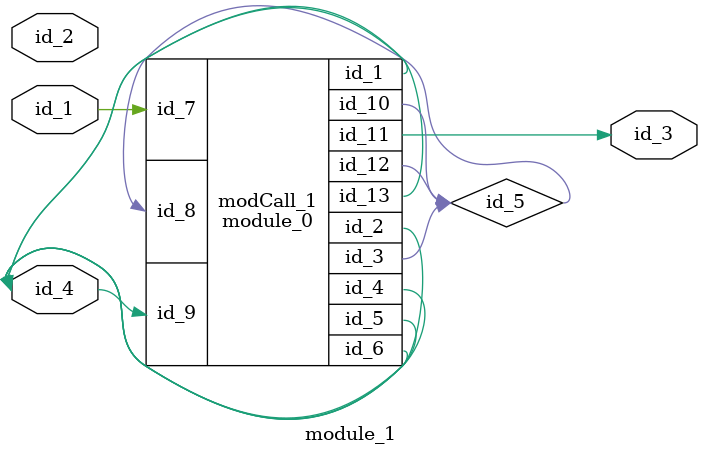
<source format=v>
module module_0 (
    id_1,
    id_2,
    id_3,
    id_4,
    id_5,
    id_6,
    id_7,
    id_8,
    id_9,
    id_10,
    id_11,
    id_12,
    id_13
);
  output wire id_13;
  inout wire id_12;
  output wire id_11;
  inout wire id_10;
  input wire id_9;
  input wire id_8;
  input wire id_7;
  inout wire id_6;
  output wire id_5;
  output wire id_4;
  inout wire id_3;
  inout wire id_2;
  output wire id_1;
  wire id_14 = id_12;
  wand  id_15  ,  id_16  ,  id_17  ,  id_18  ,  id_19  ,  id_20  ,  id_21  ,  id_22  ,  id_23  ,  id_24  ,  id_25  ,  id_26  ,  id_27  ,  id_28  ;
  assign id_1 = id_18 ? 1 : 1;
endmodule
module module_1 (
    id_1,
    id_2,
    id_3,
    id_4
);
  inout wire id_4;
  output wire id_3;
  input wire id_2;
  inout wire id_1;
  wire id_5;
  module_0 modCall_1 (
      id_4,
      id_4,
      id_5,
      id_4,
      id_4,
      id_4,
      id_1,
      id_5,
      id_4,
      id_5,
      id_3,
      id_5,
      id_4
  );
endmodule

</source>
